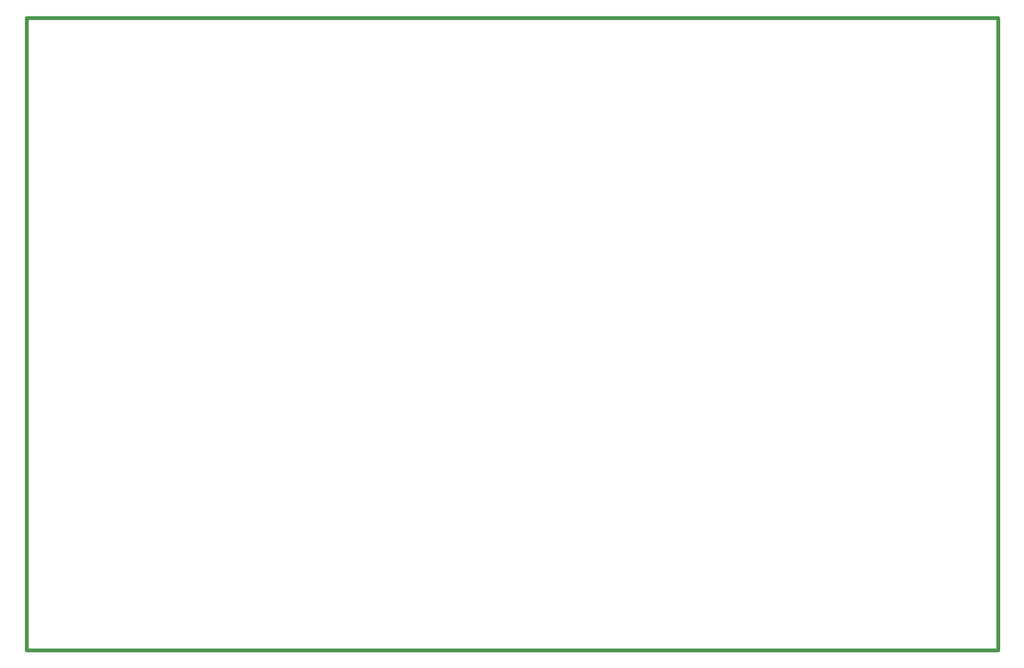
<source format=gko>
%FSLAX24Y24*%
%MOIN*%
G70*
G01*
G75*
G04 Layer_Color=16711935*
%ADD10C,0.0300*%
%ADD11C,0.0394*%
%ADD12C,0.0197*%
%ADD13C,0.0200*%
%ADD14C,0.0295*%
%ADD15O,0.0551X0.0850*%
%ADD16R,0.0551X0.0850*%
%ADD17C,0.0984*%
%ADD18O,0.1004X0.0984*%
%ADD19C,0.0700*%
%ADD20C,0.0866*%
%ADD21R,0.0700X0.0700*%
%ADD22R,0.0700X0.0700*%
%ADD23C,0.1969*%
%ADD24C,0.2000*%
%ADD25C,0.0800*%
%ADD26R,0.0800X0.0800*%
%ADD27C,0.0400*%
%ADD28R,0.0394X0.0394*%
%ADD29C,0.0400*%
%ADD30C,0.0098*%
%ADD31C,0.0079*%
%ADD32C,0.0100*%
%ADD33C,0.0138*%
%ADD34C,0.0080*%
%ADD35O,0.0631X0.0930*%
%ADD36R,0.0631X0.0930*%
%ADD37C,0.1064*%
%ADD38O,0.1084X0.1064*%
%ADD39C,0.0780*%
%ADD40C,0.0946*%
%ADD41R,0.0780X0.0780*%
%ADD42R,0.0780X0.0780*%
%ADD43C,0.2049*%
%ADD44C,0.2080*%
%ADD45C,0.0880*%
%ADD46R,0.0880X0.0880*%
%ADD47C,0.0480*%
%ADD48R,0.0474X0.0474*%
%ADD49C,0.0039*%
%ADD50C,0.0236*%
D50*
X96063Y79134D02*
Y118110D01*
X155906Y79134D02*
Y118110D01*
X96063Y79134D02*
X155906D01*
X96063Y118110D02*
X155906D01*
M02*

</source>
